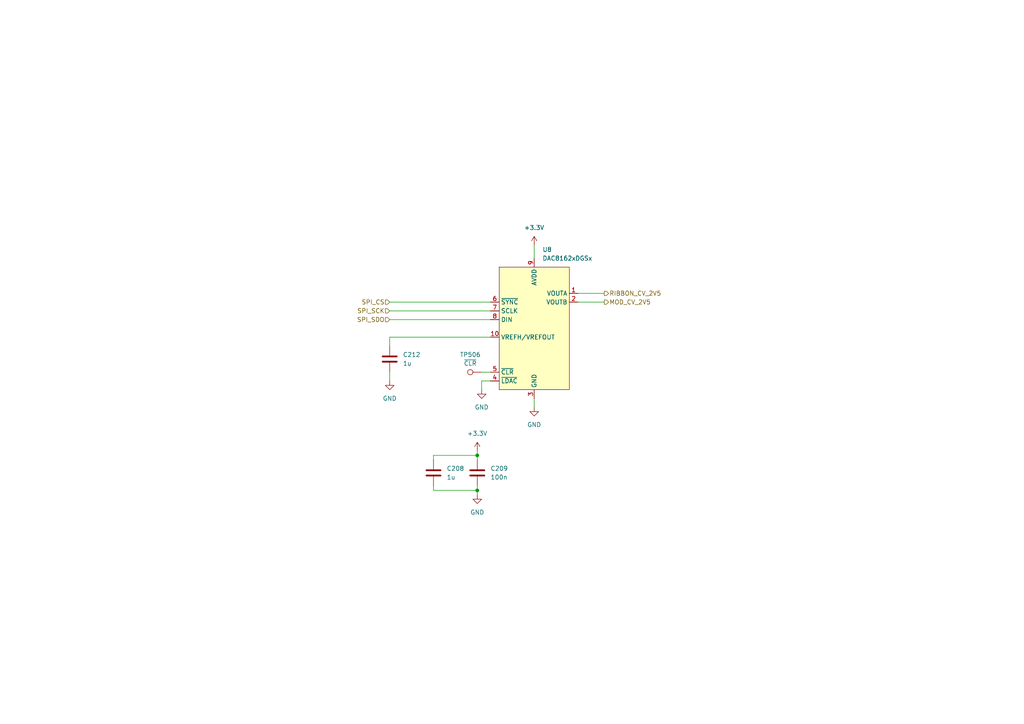
<source format=kicad_sch>
(kicad_sch (version 20230121) (generator eeschema)
  (paper "A4")
  (title_block (title "Ribbon Controller Main Board") (date "2023-03-28") (rev "0") (comment 1 "creativecommons.org/licenses/by/4.0") (comment 2 "license: CC by 4.0") (comment 3 "Author: Jordan Aceto"))
  (lib_symbols
    (symbol "Connector:TestPoint" (pin_numbers hide) (pin_names (offset 0.762) hide)
      (property "Reference" "TP" (at 0 6.858 0))
      (property "Value" "TestPoint" (at 0 5.08 0))
      (symbol "TestPoint_0_1"
        (circle (center 0 3.302) (radius 0.762))
      )
      (symbol "TestPoint_1_1"
        (pin passive line (at 0 0 90) (length 2.54) (name "1") (number "1"))
      )
    )
    (symbol "Device:C" (pin_numbers hide) (pin_names (offset 0.254))
      (property "Reference" "C" (at 0.635 2.54 0))
      (property "Value" "C" (at 0.635 -2.54 0))
      (symbol "C_0_1"
        (polyline (pts (xy -2.032 -0.762) (xy 2.032 -0.762)) (stroke (width 0.508)))
        (polyline (pts (xy -2.032 0.762) (xy 2.032 0.762)) (stroke (width 0.508)))
      )
      (symbol "C_1_1"
        (pin passive line (at 0 3.81 270) (length 2.794) (name "~") (number "1"))
        (pin passive line (at 0 -3.81 90) (length 2.794) (name "~") (number "2"))
      )
    )
    (symbol "custom_symbols:DAC8162xDGSx"
      (property "Reference" "U3" (at 2.3735 25.4 0))
      (property "Value" "DAC8162xDGSx" (at 2.3735 22.86 0))
      (symbol "DAC8162xDGSx_0_0"
        (pin output line (at 12.7 12.7 180) (length 2.54) (name "VOUTA") (number "1"))
        (pin bidirectional line (at -12.7 0 0) (length 2.54) (name "VREFH/VREFOUT") (number "10"))
        (pin output line (at 12.7 10.16 180) (length 2.54) (name "VOUTB") (number "2"))
        (pin power_in line (at 0 -17.78 90) (length 2.54) (name "GND") (number "3"))
        (pin input line (at -12.7 -12.7 0) (length 2.54) (name "~{LDAC}") (number "4"))
        (pin input line (at -12.7 -10.16 0) (length 2.54) (name "~{CLR}") (number "5"))
        (pin input line (at -12.7 10.16 0) (length 2.54) (name "~{SYNC}") (number "6"))
        (pin input line (at -12.7 7.62 0) (length 2.54) (name "SCLK") (number "7"))
        (pin input line (at -12.7 5.08 0) (length 2.54) (name "DIN") (number "8"))
        (pin power_in line (at 0 22.86 270) (length 2.54) (name "AVDD") (number "9"))
      )
      (symbol "DAC8162xDGSx_0_1"
        (rectangle (start -10.16 20.32) (end 10.16 -15.24) (stroke (width 0.1524)) (fill (type background)))
      )
    )
    (symbol "power:+3.3V" (power) (pin_names (offset 0))
      (property "Value" "+3.3V" (at 0 3.556 0))
      (symbol "+3.3V_0_1"
        (polyline (pts (xy -0.762 1.27) (xy 0 2.54)))
        (polyline (pts (xy 0 0) (xy 0 2.54)))
        (polyline (pts (xy 0 2.54) (xy 0.762 1.27)))
      )
      (symbol "+3.3V_1_1"
        (pin power_in line (at 0 0 90) (length 0) hide (name "+3.3V") (number "1"))
      )
    )
    (symbol "power:GND" (power) (pin_names (offset 0))
      (property "Value" "GND" (at 0 -3.81 0))
      (symbol "GND_0_1"
        (polyline (pts (xy 0 0) (xy 0 -1.27) (xy 1.27 -1.27) (xy 0 -2.54) (xy -1.27 -1.27) (xy 0 -1.27)))
      )
      (symbol "GND_1_1"
        (pin power_in line (at 0 0 270) (length 0) hide (name "GND") (number "1"))
      )
    )
  )
  (junction (at 138.43 142.24))
  (junction (at 138.43 132.08))
  (wire (pts (xy 125.73 142.24) (xy 138.43 142.24)))
  (wire (pts (xy 167.64 87.63) (xy 175.26 87.63)))
  (wire (pts (xy 113.03 92.71) (xy 142.24 92.71)))
  (wire (pts (xy 142.24 97.79) (xy 113.03 97.79)))
  (wire (pts (xy 138.43 140.97) (xy 138.43 142.24)))
  (wire (pts (xy 138.43 130.81) (xy 138.43 132.08)))
  (wire (pts (xy 125.73 140.97) (xy 125.73 142.24)))
  (wire (pts (xy 113.03 90.17) (xy 142.24 90.17)))
  (wire (pts (xy 113.03 107.95) (xy 113.03 110.49)))
  (wire (pts (xy 113.03 87.63) (xy 142.24 87.63)))
  (wire (pts (xy 113.03 97.79) (xy 113.03 100.33)))
  (wire (pts (xy 125.73 133.35) (xy 125.73 132.08)))
  (wire (pts (xy 167.64 85.09) (xy 175.26 85.09)))
  (wire (pts (xy 138.43 133.35) (xy 138.43 132.08)))
  (wire (pts (xy 138.43 142.24) (xy 138.43 143.51)))
  (wire (pts (xy 139.7 110.49) (xy 139.7 113.03)))
  (wire (pts (xy 125.73 132.08) (xy 138.43 132.08)))
  (wire (pts (xy 154.94 115.57) (xy 154.94 118.11)))
  (wire (pts (xy 142.24 110.49) (xy 139.7 110.49)))
  (wire (pts (xy 139.7 107.95) (xy 142.24 107.95)))
  (wire (pts (xy 154.94 71.12) (xy 154.94 74.93)))
  (hierarchical_label "RIBBON_CV_2V5" (shape output) (at 175.26 85.09 0))
  (hierarchical_label "SPI_CS" (shape input) (at 113.03 87.63 180))
  (hierarchical_label "MOD_CV_2V5" (shape output) (at 175.26 87.63 0))
  (hierarchical_label "SPI_SDO" (shape input) (at 113.03 92.71 180))
  (hierarchical_label "SPI_SCK" (shape input) (at 113.03 90.17 180))
  (symbol (lib_id "custom_symbols:DAC8162xDGSx") (at 154.94 97.79 0) (unit 1)
    (property "Reference" "U8" (at 157.3135 72.39 0) (effects (justify left)))
    (property "Value" "DAC8162xDGSx" (at 157.3135 74.93 0) (effects (justify left)))
    (property "Footprint" "Package_SO:VSSOP-10_3x3mm_P0.5mm" (effects hide))
    (property "Datasheet" "https://www.ti.com/lit/ds/symlink/dac8162.pdf" (effects hide))
    (instances (project "modulation_board" (path "" (reference "U8") (unit 1))) (project "ribbon_controller" (path "" (reference "U3") (unit 1))))
  )
  (symbol (lib_id "power:GND") (at 138.43 143.51 0) (mirror y) (unit 1)
    (property "Reference" "#PWR0221" (effects hide))
    (property "Value" "GND" (at 138.43 148.59 0))
    (instances (project "ribbon_controller" (path "" (reference "#PWR0221") (unit 1)) (path "" (reference "#PWR025") (unit 1))))
  )
  (symbol (lib_id "power:+3.3V") (at 138.43 130.81 0) (unit 1)
    (property "Reference" "#PWR0222" (effects hide))
    (property "Value" "+3.3V" (at 138.43 125.73 0))
    (instances (project "ribbon_controller" (path "" (reference "#PWR0222") (unit 1)) (path "" (reference "#PWR020") (unit 1))))
  )
  (symbol (lib_id "power:GND") (at 139.7 113.03 0) (unit 1)
    (property "Reference" "#PWR0233" (effects hide))
    (property "Value" "GND" (at 139.7 118.11 0))
    (instances (project "ribbon_controller" (path "" (reference "#PWR0233") (unit 1)) (path "" (reference "#PWR019") (unit 1))))
  )
  (symbol (lib_id "power:+3.3V") (at 154.94 71.12 0) (unit 1)
    (property "Reference" "#PWR0222" (effects hide))
    (property "Value" "+3.3V" (at 154.94 66.04 0))
    (instances (project "ribbon_controller" (path "" (reference "#PWR0222") (unit 1)) (path "" (reference "#PWR0303") (unit 1))))
  )
  (symbol (lib_id "Device:C") (at 125.73 137.16 0) (mirror y) (unit 1)
    (property "Reference" "C208" (at 129.54 135.89 0) (effects (justify right)))
    (property "Value" "1u" (at 129.54 138.43 0) (effects (justify right)))
    (property "Footprint" "Capacitor_SMD:C_0805_2012Metric" (effects hide))
    (instances (project "ribbon_controller" (path "" (reference "C208") (unit 1)) (path "" (reference "C306") (unit 1))))
  )
  (symbol (lib_id "power:GND") (at 113.03 110.49 0) (unit 1)
    (property "Reference" "#PWR0230" (effects hide))
    (property "Value" "GND" (at 113.03 115.57 0))
    (instances (project "ribbon_controller" (path "" (reference "#PWR0230") (unit 1)) (path "" (reference "#PWR016") (unit 1))))
  )
  (symbol (lib_id "power:GND") (at 154.94 118.11 0) (unit 1)
    (property "Reference" "#PWR0237" (effects hide))
    (property "Value" "GND" (at 154.94 123.19 0))
    (instances (project "ribbon_controller" (path "" (reference "#PWR0237") (unit 1)) (path "" (reference "#PWR023") (unit 1))))
  )
  (symbol (lib_id "Device:C") (at 138.43 137.16 0) (mirror y) (unit 1)
    (property "Reference" "C209" (at 142.24 135.89 0) (effects (justify right)))
    (property "Value" "100n" (at 142.24 138.43 0) (effects (justify right)))
    (property "Footprint" "Capacitor_SMD:C_0603_1608Metric" (effects hide))
    (instances (project "ribbon_controller" (path "" (reference "C209") (unit 1)) (path "" (reference "C307") (unit 1))))
  )
  (symbol (lib_id "Connector:TestPoint") (at 139.7 107.95 90) (unit 1) (in_bom no)
    (property "Reference" "TP506" (at 136.398 102.87 90))
    (property "Value" "~{CLR}" (at 136.398 105.41 90))
    (property "Footprint" "TestPoint:TestPoint_Pad_1.5x1.5mm" (effects hide))
    (instances (project "modulation_board" (path "" (reference "TP506") (unit 1)) (path "" (reference "TP604") (unit 1))) (project "ribbon_controller" (path "" (reference "TP401") (unit 1))))
  )
  (symbol (lib_id "Device:C") (at 113.03 104.14 0) (unit 1)
    (property "Reference" "C212" (at 116.84 102.8699 0) (effects (justify left)))
    (property "Value" "1u" (at 116.84 105.4099 0) (effects (justify left)))
    (property "Footprint" "Capacitor_SMD:C_0805_2012Metric" (effects hide))
    (instances (project "ribbon_controller" (path "" (reference "C212") (unit 1)) (path "" (reference "C305") (unit 1))))
  )
)
</source>
